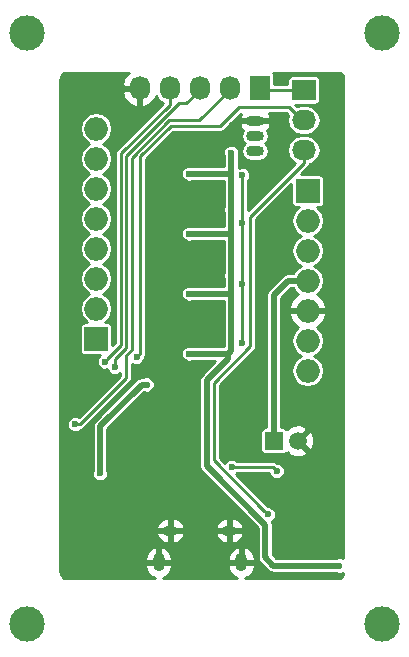
<source format=gbl>
G04 #@! TF.FileFunction,Copper,L2,Bot,Signal*
%FSLAX46Y46*%
G04 Gerber Fmt 4.6, Leading zero omitted, Abs format (unit mm)*
G04 Created by KiCad (PCBNEW 4.0.4-stable) date 11/10/16 21:54:05*
%MOMM*%
%LPD*%
G01*
G04 APERTURE LIST*
%ADD10C,0.100000*%
%ADD11O,1.998980X1.998980*%
%ADD12R,1.998980X1.998980*%
%ADD13R,1.727200X2.032000*%
%ADD14O,1.727200X2.032000*%
%ADD15R,2.032000X1.727200*%
%ADD16O,2.032000X1.727200*%
%ADD17C,0.400000*%
%ADD18O,1.250000X0.950000*%
%ADD19O,1.000000X1.550000*%
%ADD20C,3.000000*%
%ADD21O,1.501140X0.899160*%
%ADD22R,1.500000X1.500000*%
%ADD23C,1.500000*%
%ADD24C,0.600000*%
%ADD25C,0.250000*%
%ADD26C,0.500000*%
%ADD27C,0.254000*%
G04 APERTURE END LIST*
D10*
D11*
X135811000Y-108250000D03*
D12*
X135811000Y-115870000D03*
D11*
X135811000Y-113330000D03*
X135811000Y-110790000D03*
X135811000Y-105710000D03*
X135811000Y-103170000D03*
X135811000Y-100630000D03*
X135811000Y-98090000D03*
D13*
X149654000Y-94661000D03*
D14*
X147114000Y-94661000D03*
X144574000Y-94661000D03*
X142034000Y-94661000D03*
X139494000Y-94661000D03*
D15*
X153390000Y-94820000D03*
D16*
X153390000Y-97360000D03*
X153390000Y-99900000D03*
D17*
X155020000Y-131530000D03*
X153520000Y-131530000D03*
X155020000Y-133030000D03*
X153520000Y-133030000D03*
X152020000Y-131530000D03*
X152020000Y-133030000D03*
D18*
X142099100Y-132117460D03*
X147099100Y-132117460D03*
D19*
X141099100Y-134817460D03*
X148099100Y-134817460D03*
D20*
X130000000Y-90000000D03*
X130000000Y-140000000D03*
X160000000Y-140000000D03*
X160000000Y-90000000D03*
D11*
X153720000Y-110970000D03*
D12*
X153720000Y-103350000D03*
D11*
X153720000Y-105890000D03*
X153720000Y-108430000D03*
X153720000Y-113510000D03*
X153720000Y-116050000D03*
X153720000Y-118590000D03*
D21*
X149260000Y-98700000D03*
X149260000Y-97430000D03*
X149260000Y-99970000D03*
D22*
X150866600Y-124523500D03*
D23*
X152866600Y-124523500D03*
D24*
X151752300Y-105092500D03*
X151752300Y-107226100D03*
X151790400Y-109575600D03*
X151828500Y-112585500D03*
X151612600Y-117919500D03*
X151650700Y-116332000D03*
X151612600Y-114096800D03*
X153760000Y-122310000D03*
X133260000Y-129260000D03*
X133470000Y-131260000D03*
X136140000Y-132780000D03*
X133580000Y-132760000D03*
X135300000Y-131660000D03*
X137410000Y-131640000D03*
X143700000Y-127420000D03*
X144950000Y-128770000D03*
X146410000Y-130240000D03*
X151080000Y-99920000D03*
X151050000Y-97470000D03*
X140460000Y-118670000D03*
X145350419Y-118145717D03*
X137270000Y-109790000D03*
X137270000Y-112080000D03*
X137180000Y-106810000D03*
X137270000Y-114440000D03*
X137180000Y-104350000D03*
X137210000Y-99440000D03*
X137210000Y-101900000D03*
X143310000Y-119120000D03*
X155590000Y-121130000D03*
X155590000Y-123560000D03*
X145209000Y-98598000D03*
X143431000Y-98598000D03*
X144320000Y-99360000D03*
X145209000Y-100122000D03*
X143431000Y-100122000D03*
X145209000Y-103678000D03*
X143431000Y-103678000D03*
X144320000Y-104440000D03*
X145209000Y-105202000D03*
X143431000Y-105202000D03*
X145209000Y-108758000D03*
X143431000Y-108758000D03*
X144320000Y-109520000D03*
X145209000Y-110282000D03*
X143431000Y-110282000D03*
X143431000Y-115362000D03*
X145209000Y-115362000D03*
X145209000Y-113838000D03*
X143431000Y-113838000D03*
X144320000Y-114600000D03*
X148160000Y-102030000D03*
X148169642Y-106065010D03*
X148130000Y-116251000D03*
X148130000Y-111278000D03*
X136140000Y-127280000D03*
X147240000Y-104940000D03*
X143700000Y-117140000D03*
X143700000Y-112060000D03*
X143700000Y-106980000D03*
X143700000Y-101900000D03*
X156400000Y-135080000D03*
X140079607Y-119756474D03*
X147241000Y-100122000D03*
X147233000Y-110528000D03*
X134033000Y-123109000D03*
X137398888Y-118255010D03*
X136526246Y-117819501D03*
X139240000Y-117400000D03*
X150340000Y-130750000D03*
X147280000Y-126720000D03*
X151094662Y-127075338D03*
D25*
X151790400Y-109575600D02*
X151790400Y-107264200D01*
X151790400Y-107264200D02*
X151752300Y-107226100D01*
X151828500Y-113031992D02*
X151828500Y-112585500D01*
X153720000Y-113510000D02*
X152306508Y-113510000D01*
X152306508Y-113510000D02*
X151828500Y-113031992D01*
X151612600Y-114096800D02*
X151612600Y-116293900D01*
X151612600Y-116293900D02*
X151650700Y-116332000D01*
X133470000Y-131260000D02*
X133470000Y-129470000D01*
X133470000Y-129470000D02*
X133260000Y-129260000D01*
X133580000Y-132760000D02*
X136120000Y-132760000D01*
X136120000Y-132760000D02*
X136140000Y-132780000D01*
X137410000Y-131640000D02*
X135320000Y-131640000D01*
X135320000Y-131640000D02*
X135300000Y-131660000D01*
X146410000Y-130240000D02*
X146410000Y-130230000D01*
X146410000Y-130230000D02*
X144950000Y-128770000D01*
X151050000Y-97470000D02*
X151050000Y-99890000D01*
X151050000Y-99890000D02*
X151080000Y-99920000D01*
X140460000Y-118670000D02*
X140910000Y-119120000D01*
X140910000Y-119120000D02*
X143310000Y-119120000D01*
X143310000Y-119120000D02*
X144376136Y-119120000D01*
X144376136Y-119120000D02*
X145050420Y-118445716D01*
X145050420Y-118445716D02*
X145350419Y-118145717D01*
X137180000Y-109700000D02*
X137270000Y-109790000D01*
X137180000Y-106810000D02*
X137180000Y-109700000D01*
X137270000Y-109790000D02*
X137270000Y-112080000D01*
X137270000Y-112080000D02*
X137270000Y-114440000D01*
X137180000Y-104350000D02*
X137180000Y-106810000D01*
X137210000Y-101900000D02*
X137210000Y-104320000D01*
X137210000Y-104320000D02*
X137180000Y-104350000D01*
X137210000Y-101900000D02*
X137210000Y-99440000D01*
X155590000Y-123560000D02*
X155590000Y-121130000D01*
X143431000Y-98598000D02*
X145209000Y-98598000D01*
X144193000Y-99360000D02*
X143431000Y-98598000D01*
X144320000Y-99360000D02*
X144193000Y-99360000D01*
X145082000Y-100122000D02*
X144320000Y-99360000D01*
X145209000Y-100122000D02*
X145082000Y-100122000D01*
X143431000Y-100122000D02*
X145209000Y-100122000D01*
X142755360Y-100122000D02*
X143431000Y-100122000D01*
X141028160Y-101900000D02*
X141028160Y-101849200D01*
X141028160Y-101849200D02*
X142755360Y-100122000D01*
X143431000Y-103678000D02*
X145209000Y-103678000D01*
X144193000Y-104440000D02*
X143431000Y-103678000D01*
X144320000Y-104440000D02*
X144193000Y-104440000D01*
X145082000Y-105202000D02*
X144320000Y-104440000D01*
X145209000Y-105202000D02*
X145082000Y-105202000D01*
X143431000Y-105202000D02*
X145209000Y-105202000D01*
X142755360Y-105202000D02*
X143431000Y-105202000D01*
X141028160Y-106980000D02*
X141028160Y-106929200D01*
X141028160Y-106929200D02*
X142755360Y-105202000D01*
X143431000Y-108758000D02*
X145209000Y-108758000D01*
X144193000Y-109520000D02*
X143431000Y-108758000D01*
X144320000Y-109520000D02*
X144193000Y-109520000D01*
X145209000Y-110282000D02*
X145082000Y-110282000D01*
X145082000Y-110282000D02*
X144320000Y-109520000D01*
X143431000Y-110282000D02*
X145209000Y-110282000D01*
X142755360Y-110282000D02*
X143431000Y-110282000D01*
X141028160Y-112060000D02*
X141028160Y-112009200D01*
X141028160Y-112009200D02*
X142755360Y-110282000D01*
X145209000Y-115362000D02*
X143431000Y-115362000D01*
X144447000Y-114600000D02*
X145209000Y-115362000D01*
X144320000Y-114600000D02*
X144447000Y-114600000D01*
X144909001Y-114137999D02*
X145209000Y-113838000D01*
X143431000Y-113838000D02*
X143730999Y-114137999D01*
X143730999Y-114137999D02*
X144909001Y-114137999D01*
X144193000Y-114600000D02*
X143431000Y-113838000D01*
X144320000Y-114600000D02*
X144193000Y-114600000D01*
X141028160Y-117140000D02*
X141028160Y-117089200D01*
X143517360Y-114600000D02*
X144320000Y-114600000D01*
X141028160Y-117089200D02*
X143517360Y-114600000D01*
X148169642Y-102039642D02*
X148160000Y-102030000D01*
X148169642Y-106065010D02*
X148169642Y-102039642D01*
X148130000Y-111278000D02*
X148130000Y-106104652D01*
X148130000Y-106104652D02*
X148169642Y-106065010D01*
X148130000Y-111278000D02*
X148130000Y-116251000D01*
D26*
X136140000Y-126855736D02*
X136140000Y-127280000D01*
X140079607Y-119756474D02*
X139655343Y-119756474D01*
X139655343Y-119756474D02*
X136140000Y-123271817D01*
X136140000Y-123271817D02*
X136140000Y-126855736D01*
X147240000Y-101899000D02*
X147240000Y-104940000D01*
X147240000Y-104940000D02*
X147240000Y-106973000D01*
X147240000Y-106973000D02*
X147233000Y-106980000D01*
X147241000Y-100122000D02*
X147240000Y-100123000D01*
X147240000Y-100123000D02*
X147240000Y-101899000D01*
X147240000Y-101899000D02*
X147241000Y-101900000D01*
X156400000Y-135080000D02*
X150810000Y-135080000D01*
X150810000Y-135080000D02*
X150120000Y-134390000D01*
X150120000Y-134390000D02*
X150120000Y-131630000D01*
X150120000Y-131630000D02*
X145184990Y-126694990D01*
X145184990Y-126694990D02*
X145184990Y-119371822D01*
X145184990Y-119371822D02*
X146987000Y-117569812D01*
X146987000Y-117569812D02*
X146987000Y-117140000D01*
X146987000Y-117140000D02*
X143700000Y-117140000D01*
X147233000Y-112060000D02*
X143700000Y-112060000D01*
X147233000Y-106980000D02*
X143700000Y-106980000D01*
X147241000Y-101900000D02*
X143700000Y-101900000D01*
X147233000Y-106980000D02*
X147233000Y-110528000D01*
X147233000Y-112060000D02*
X147233000Y-116894000D01*
X147233000Y-110528000D02*
X147233000Y-112060000D01*
X147233000Y-116894000D02*
X146987000Y-117140000D01*
D25*
X153390000Y-94820000D02*
X149813000Y-94820000D01*
X149813000Y-94820000D02*
X149654000Y-94661000D01*
X134033000Y-123109000D02*
X134457264Y-123109000D01*
X134457264Y-123109000D02*
X138350022Y-119216242D01*
X138810022Y-116838374D02*
X138350022Y-117298374D01*
X147114000Y-94661000D02*
X147114000Y-94813400D01*
X141967833Y-97396988D02*
X138810022Y-100554799D01*
X147114000Y-94813400D02*
X144530412Y-97396988D01*
X144530412Y-97396988D02*
X141967833Y-97396988D01*
X138350022Y-117298374D02*
X138350022Y-119216242D01*
X138810022Y-100554799D02*
X138810022Y-116838374D01*
X138360011Y-116629659D02*
X137398888Y-117590782D01*
X142801410Y-95927000D02*
X138360011Y-100368399D01*
X143460400Y-95927000D02*
X142801410Y-95927000D01*
X144574000Y-94661000D02*
X144574000Y-94813400D01*
X137398888Y-117830746D02*
X137398888Y-118255010D01*
X144574000Y-94813400D02*
X143460400Y-95927000D01*
X137398888Y-117590782D02*
X137398888Y-117830746D01*
X138360011Y-100368399D02*
X138360011Y-116629659D01*
X136826245Y-117519502D02*
X136526246Y-117819501D01*
X137910000Y-116435747D02*
X136826245Y-117519502D01*
X142034000Y-96058000D02*
X137910000Y-100182000D01*
X137910000Y-100182000D02*
X137910000Y-116435747D01*
X142034000Y-94661000D02*
X142034000Y-96058000D01*
X139539999Y-117100001D02*
X139240000Y-117400000D01*
X139559999Y-117080001D02*
X139539999Y-117100001D01*
X142154232Y-97846999D02*
X139559999Y-100441232D01*
X146333001Y-97846999D02*
X142154232Y-97846999D01*
X147933600Y-96246400D02*
X146333001Y-97846999D01*
X153237600Y-97360000D02*
X152124000Y-96246400D01*
X139559999Y-100441232D02*
X139559999Y-117080001D01*
X152124000Y-96246400D02*
X147933600Y-96246400D01*
X153390000Y-97360000D02*
X153237600Y-97360000D01*
D26*
X150850000Y-124530000D02*
X150850000Y-112190000D01*
X150850000Y-112190000D02*
X152070000Y-110970000D01*
X152070000Y-110970000D02*
X153720000Y-110970000D01*
D25*
X145760001Y-126170001D02*
X150040001Y-130450001D01*
X148840000Y-116530000D02*
X145760001Y-119609999D01*
X148840000Y-105563600D02*
X148840000Y-116530000D01*
X150040001Y-130450001D02*
X150340000Y-130750000D01*
X153390000Y-101013600D02*
X148840000Y-105563600D01*
X145760001Y-119609999D02*
X145760001Y-126170001D01*
X153390000Y-99900000D02*
X153390000Y-101013600D01*
X147280000Y-126720000D02*
X150739324Y-126720000D01*
X150794663Y-126775339D02*
X151094662Y-127075338D01*
X150739324Y-126720000D02*
X150794663Y-126775339D01*
D27*
G36*
X138202046Y-93746680D02*
X138008816Y-94299087D01*
X138153076Y-94534000D01*
X139367000Y-94534000D01*
X139367000Y-94514000D01*
X139621000Y-94514000D01*
X139621000Y-94534000D01*
X139641000Y-94534000D01*
X139641000Y-94788000D01*
X139621000Y-94788000D01*
X139621000Y-96147217D01*
X139853026Y-96268358D01*
X139868791Y-96265709D01*
X140396036Y-96011732D01*
X140785954Y-95575320D01*
X140881296Y-95302757D01*
X140884140Y-95317057D01*
X141153935Y-95720834D01*
X141454646Y-95921762D01*
X137552204Y-99824204D01*
X137442517Y-99988362D01*
X137404000Y-100182000D01*
X137404000Y-116226155D01*
X137198954Y-116431201D01*
X137198954Y-114870510D01*
X137172387Y-114729320D01*
X137088944Y-114599645D01*
X136961624Y-114512651D01*
X136810490Y-114482046D01*
X136564388Y-114482046D01*
X136787154Y-114333199D01*
X137086406Y-113885336D01*
X137191490Y-113357045D01*
X137191490Y-113302955D01*
X137086406Y-112774664D01*
X136787154Y-112326801D01*
X136387857Y-112060000D01*
X136787154Y-111793199D01*
X137086406Y-111345336D01*
X137191490Y-110817045D01*
X137191490Y-110762955D01*
X137086406Y-110234664D01*
X136787154Y-109786801D01*
X136387857Y-109520000D01*
X136787154Y-109253199D01*
X137086406Y-108805336D01*
X137191490Y-108277045D01*
X137191490Y-108222955D01*
X137086406Y-107694664D01*
X136787154Y-107246801D01*
X136387857Y-106980000D01*
X136787154Y-106713199D01*
X137086406Y-106265336D01*
X137191490Y-105737045D01*
X137191490Y-105682955D01*
X137086406Y-105154664D01*
X136787154Y-104706801D01*
X136387857Y-104440000D01*
X136787154Y-104173199D01*
X137086406Y-103725336D01*
X137191490Y-103197045D01*
X137191490Y-103142955D01*
X137086406Y-102614664D01*
X136787154Y-102166801D01*
X136387857Y-101900000D01*
X136787154Y-101633199D01*
X137086406Y-101185336D01*
X137191490Y-100657045D01*
X137191490Y-100602955D01*
X137086406Y-100074664D01*
X136787154Y-99626801D01*
X136387857Y-99360000D01*
X136787154Y-99093199D01*
X137086406Y-98645336D01*
X137191490Y-98117045D01*
X137191490Y-98062955D01*
X137086406Y-97534664D01*
X136787154Y-97086801D01*
X136339291Y-96787549D01*
X135811000Y-96682465D01*
X135282709Y-96787549D01*
X134834846Y-97086801D01*
X134535594Y-97534664D01*
X134430510Y-98062955D01*
X134430510Y-98117045D01*
X134535594Y-98645336D01*
X134834846Y-99093199D01*
X135234143Y-99360000D01*
X134834846Y-99626801D01*
X134535594Y-100074664D01*
X134430510Y-100602955D01*
X134430510Y-100657045D01*
X134535594Y-101185336D01*
X134834846Y-101633199D01*
X135234143Y-101900000D01*
X134834846Y-102166801D01*
X134535594Y-102614664D01*
X134430510Y-103142955D01*
X134430510Y-103197045D01*
X134535594Y-103725336D01*
X134834846Y-104173199D01*
X135234143Y-104440000D01*
X134834846Y-104706801D01*
X134535594Y-105154664D01*
X134430510Y-105682955D01*
X134430510Y-105737045D01*
X134535594Y-106265336D01*
X134834846Y-106713199D01*
X135234143Y-106980000D01*
X134834846Y-107246801D01*
X134535594Y-107694664D01*
X134430510Y-108222955D01*
X134430510Y-108277045D01*
X134535594Y-108805336D01*
X134834846Y-109253199D01*
X135234143Y-109520000D01*
X134834846Y-109786801D01*
X134535594Y-110234664D01*
X134430510Y-110762955D01*
X134430510Y-110817045D01*
X134535594Y-111345336D01*
X134834846Y-111793199D01*
X135234143Y-112060000D01*
X134834846Y-112326801D01*
X134535594Y-112774664D01*
X134430510Y-113302955D01*
X134430510Y-113357045D01*
X134535594Y-113885336D01*
X134834846Y-114333199D01*
X135057612Y-114482046D01*
X134811510Y-114482046D01*
X134670320Y-114508613D01*
X134540645Y-114592056D01*
X134453651Y-114719376D01*
X134423046Y-114870510D01*
X134423046Y-116869490D01*
X134449613Y-117010680D01*
X134533056Y-117140355D01*
X134660376Y-117227349D01*
X134811510Y-117257954D01*
X136124852Y-117257954D01*
X135949259Y-117433242D01*
X135845364Y-117683447D01*
X135845128Y-117954366D01*
X135948585Y-118204753D01*
X136139987Y-118396488D01*
X136390192Y-118500383D01*
X136661111Y-118500619D01*
X136748593Y-118464473D01*
X136821227Y-118640262D01*
X137012629Y-118831997D01*
X137262834Y-118935892D01*
X137533753Y-118936128D01*
X137784140Y-118832671D01*
X137844022Y-118772893D01*
X137844022Y-119006650D01*
X134348176Y-122502496D01*
X134169054Y-122428118D01*
X133898135Y-122427882D01*
X133647748Y-122531339D01*
X133456013Y-122722741D01*
X133352118Y-122972946D01*
X133351882Y-123243865D01*
X133455339Y-123494252D01*
X133646741Y-123685987D01*
X133896946Y-123789882D01*
X134167865Y-123790118D01*
X134418252Y-123686661D01*
X134498193Y-123606859D01*
X134650902Y-123576483D01*
X134815060Y-123466796D01*
X138707818Y-119574038D01*
X138817505Y-119409880D01*
X138856022Y-119216242D01*
X138856022Y-117977934D01*
X139103946Y-118080882D01*
X139374865Y-118081118D01*
X139625252Y-117977661D01*
X139816987Y-117786259D01*
X139920882Y-117536054D01*
X139920972Y-117433043D01*
X140027482Y-117273639D01*
X140065999Y-117080001D01*
X140065999Y-100650824D01*
X142363824Y-98352999D01*
X146333001Y-98352999D01*
X146526639Y-98314482D01*
X146690797Y-98204795D01*
X147171657Y-97723935D01*
X147915019Y-97723935D01*
X148102294Y-98107111D01*
X148262223Y-98243359D01*
X148169485Y-98382151D01*
X148106261Y-98700000D01*
X148169485Y-99017849D01*
X148349532Y-99287309D01*
X148420907Y-99335000D01*
X148349532Y-99382691D01*
X148169485Y-99652151D01*
X148106261Y-99970000D01*
X148169485Y-100287849D01*
X148349532Y-100557309D01*
X148618992Y-100737356D01*
X148936841Y-100800580D01*
X149583159Y-100800580D01*
X149901008Y-100737356D01*
X150170468Y-100557309D01*
X150350515Y-100287849D01*
X150413739Y-99970000D01*
X150350515Y-99652151D01*
X150170468Y-99382691D01*
X150099093Y-99335000D01*
X150170468Y-99287309D01*
X150350515Y-99017849D01*
X150413739Y-98700000D01*
X150350515Y-98382151D01*
X150257777Y-98243359D01*
X150417706Y-98107111D01*
X150604981Y-97723935D01*
X150478068Y-97557000D01*
X149387000Y-97557000D01*
X149387000Y-97577000D01*
X149133000Y-97577000D01*
X149133000Y-97557000D01*
X148041932Y-97557000D01*
X147915019Y-97723935D01*
X147171657Y-97723935D01*
X148063664Y-96831928D01*
X147915019Y-97136065D01*
X148041932Y-97303000D01*
X149133000Y-97303000D01*
X149133000Y-97283000D01*
X149387000Y-97283000D01*
X149387000Y-97303000D01*
X150478068Y-97303000D01*
X150604981Y-97136065D01*
X150417706Y-96752889D01*
X150417132Y-96752400D01*
X151914408Y-96752400D01*
X152057940Y-96895932D01*
X151965631Y-97360000D01*
X152060371Y-97836288D01*
X152330166Y-98240065D01*
X152733943Y-98509860D01*
X153210231Y-98604600D01*
X153569769Y-98604600D01*
X154046057Y-98509860D01*
X154449834Y-98240065D01*
X154719629Y-97836288D01*
X154814369Y-97360000D01*
X154719629Y-96883712D01*
X154449834Y-96479935D01*
X154046057Y-96210140D01*
X153569769Y-96115400D01*
X153210231Y-96115400D01*
X152791820Y-96198628D01*
X152665256Y-96072064D01*
X154406000Y-96072064D01*
X154547190Y-96045497D01*
X154676865Y-95962054D01*
X154763859Y-95834734D01*
X154794464Y-95683600D01*
X154794464Y-93956400D01*
X154767897Y-93815210D01*
X154684454Y-93685535D01*
X154557134Y-93598541D01*
X154406000Y-93567936D01*
X152374000Y-93567936D01*
X152232810Y-93594503D01*
X152103135Y-93677946D01*
X152016141Y-93805266D01*
X151985536Y-93956400D01*
X151985536Y-94314000D01*
X150906064Y-94314000D01*
X150906064Y-93645000D01*
X150879497Y-93503810D01*
X150796054Y-93374135D01*
X150756341Y-93347000D01*
X156257986Y-93347000D01*
X156434517Y-93382114D01*
X156616373Y-93503626D01*
X156713000Y-93648239D01*
X156713000Y-134472593D01*
X156536054Y-134399118D01*
X156265135Y-134398882D01*
X156143839Y-134449000D01*
X151071369Y-134449000D01*
X150751000Y-134128632D01*
X150751000Y-131630000D01*
X150702968Y-131388527D01*
X150675919Y-131348045D01*
X150725252Y-131327661D01*
X150916987Y-131136259D01*
X151020882Y-130886054D01*
X151021118Y-130615135D01*
X150917661Y-130364748D01*
X150726259Y-130173013D01*
X150476054Y-130069118D01*
X150374622Y-130069030D01*
X147621380Y-127315788D01*
X147665252Y-127297661D01*
X147737038Y-127226000D01*
X150420071Y-127226000D01*
X150517001Y-127460590D01*
X150708403Y-127652325D01*
X150958608Y-127756220D01*
X151229527Y-127756456D01*
X151479914Y-127652999D01*
X151671649Y-127461597D01*
X151775544Y-127211392D01*
X151775780Y-126940473D01*
X151672323Y-126690086D01*
X151480921Y-126498351D01*
X151230716Y-126394456D01*
X151129284Y-126394368D01*
X151097120Y-126362204D01*
X150932962Y-126252517D01*
X150739324Y-126214000D01*
X147737123Y-126214000D01*
X147666259Y-126143013D01*
X147416054Y-126039118D01*
X147145135Y-126038882D01*
X146894748Y-126142339D01*
X146703013Y-126333741D01*
X146684329Y-126378737D01*
X146266001Y-125960409D01*
X146266001Y-119819591D01*
X149197796Y-116887796D01*
X149307483Y-116723638D01*
X149346000Y-116530000D01*
X149346000Y-105773192D01*
X152332046Y-102787146D01*
X152332046Y-104349490D01*
X152358613Y-104490680D01*
X152442056Y-104620355D01*
X152569376Y-104707349D01*
X152720510Y-104737954D01*
X152966612Y-104737954D01*
X152743846Y-104886801D01*
X152444594Y-105334664D01*
X152339510Y-105862955D01*
X152339510Y-105917045D01*
X152444594Y-106445336D01*
X152743846Y-106893199D01*
X153143143Y-107160000D01*
X152743846Y-107426801D01*
X152444594Y-107874664D01*
X152339510Y-108402955D01*
X152339510Y-108457045D01*
X152444594Y-108985336D01*
X152743846Y-109433199D01*
X153143143Y-109700000D01*
X152743846Y-109966801D01*
X152495151Y-110339000D01*
X152070000Y-110339000D01*
X151828527Y-110387032D01*
X151623816Y-110523815D01*
X150403816Y-111743816D01*
X150267032Y-111948527D01*
X150219000Y-112190000D01*
X150219000Y-123385036D01*
X150116600Y-123385036D01*
X149975410Y-123411603D01*
X149845735Y-123495046D01*
X149758741Y-123622366D01*
X149728136Y-123773500D01*
X149728136Y-125273500D01*
X149754703Y-125414690D01*
X149838146Y-125544365D01*
X149965466Y-125631359D01*
X150116600Y-125661964D01*
X151616600Y-125661964D01*
X151757790Y-125635397D01*
X151887465Y-125551954D01*
X151893168Y-125543608D01*
X151959634Y-125610074D01*
X152074689Y-125495019D01*
X152142677Y-125735960D01*
X152661771Y-125920701D01*
X153212048Y-125892730D01*
X153590523Y-125735960D01*
X153658512Y-125495017D01*
X152866600Y-124703105D01*
X152852458Y-124717248D01*
X152672853Y-124537643D01*
X152686995Y-124523500D01*
X153046205Y-124523500D01*
X153838117Y-125315412D01*
X154079060Y-125247423D01*
X154263801Y-124728329D01*
X154235830Y-124178052D01*
X154079060Y-123799577D01*
X153838117Y-123731588D01*
X153046205Y-124523500D01*
X152686995Y-124523500D01*
X152672853Y-124509358D01*
X152852458Y-124329753D01*
X152866600Y-124343895D01*
X153658512Y-123551983D01*
X153590523Y-123311040D01*
X153071429Y-123126299D01*
X152521152Y-123154270D01*
X152142677Y-123311040D01*
X152074689Y-123551981D01*
X151959634Y-123436926D01*
X151894383Y-123502177D01*
X151767734Y-123415641D01*
X151616600Y-123385036D01*
X151481000Y-123385036D01*
X151481000Y-113890355D01*
X152130373Y-113890355D01*
X152396932Y-114469726D01*
X152864916Y-114902987D01*
X152923045Y-114927064D01*
X152743846Y-115046801D01*
X152444594Y-115494664D01*
X152339510Y-116022955D01*
X152339510Y-116077045D01*
X152444594Y-116605336D01*
X152743846Y-117053199D01*
X153143143Y-117320000D01*
X152743846Y-117586801D01*
X152444594Y-118034664D01*
X152339510Y-118562955D01*
X152339510Y-118617045D01*
X152444594Y-119145336D01*
X152743846Y-119593199D01*
X153191709Y-119892451D01*
X153720000Y-119997535D01*
X154248291Y-119892451D01*
X154696154Y-119593199D01*
X154995406Y-119145336D01*
X155100490Y-118617045D01*
X155100490Y-118562955D01*
X154995406Y-118034664D01*
X154696154Y-117586801D01*
X154296857Y-117320000D01*
X154696154Y-117053199D01*
X154995406Y-116605336D01*
X155100490Y-116077045D01*
X155100490Y-116022955D01*
X154995406Y-115494664D01*
X154696154Y-115046801D01*
X154516955Y-114927064D01*
X154575084Y-114902987D01*
X155043068Y-114469726D01*
X155309627Y-113890355D01*
X155190807Y-113637000D01*
X153847000Y-113637000D01*
X153847000Y-113657000D01*
X153593000Y-113657000D01*
X153593000Y-113637000D01*
X152249193Y-113637000D01*
X152130373Y-113890355D01*
X151481000Y-113890355D01*
X151481000Y-112451368D01*
X152331369Y-111601000D01*
X152495151Y-111601000D01*
X152743846Y-111973199D01*
X152923045Y-112092936D01*
X152864916Y-112117013D01*
X152396932Y-112550274D01*
X152130373Y-113129645D01*
X152249193Y-113383000D01*
X153593000Y-113383000D01*
X153593000Y-113363000D01*
X153847000Y-113363000D01*
X153847000Y-113383000D01*
X155190807Y-113383000D01*
X155309627Y-113129645D01*
X155043068Y-112550274D01*
X154575084Y-112117013D01*
X154516955Y-112092936D01*
X154696154Y-111973199D01*
X154995406Y-111525336D01*
X155100490Y-110997045D01*
X155100490Y-110942955D01*
X154995406Y-110414664D01*
X154696154Y-109966801D01*
X154296857Y-109700000D01*
X154696154Y-109433199D01*
X154995406Y-108985336D01*
X155100490Y-108457045D01*
X155100490Y-108402955D01*
X154995406Y-107874664D01*
X154696154Y-107426801D01*
X154296857Y-107160000D01*
X154696154Y-106893199D01*
X154995406Y-106445336D01*
X155100490Y-105917045D01*
X155100490Y-105862955D01*
X154995406Y-105334664D01*
X154696154Y-104886801D01*
X154473388Y-104737954D01*
X154719490Y-104737954D01*
X154860680Y-104711387D01*
X154990355Y-104627944D01*
X155077349Y-104500624D01*
X155107954Y-104349490D01*
X155107954Y-102350510D01*
X155081387Y-102209320D01*
X154997944Y-102079645D01*
X154870624Y-101992651D01*
X154719490Y-101962046D01*
X153157146Y-101962046D01*
X153747796Y-101371396D01*
X153762839Y-101348882D01*
X153857483Y-101207238D01*
X153882309Y-101082432D01*
X154046057Y-101049860D01*
X154449834Y-100780065D01*
X154719629Y-100376288D01*
X154814369Y-99900000D01*
X154719629Y-99423712D01*
X154449834Y-99019935D01*
X154046057Y-98750140D01*
X153569769Y-98655400D01*
X153210231Y-98655400D01*
X152733943Y-98750140D01*
X152330166Y-99019935D01*
X152060371Y-99423712D01*
X151965631Y-99900000D01*
X152060371Y-100376288D01*
X152330166Y-100780065D01*
X152676518Y-101011490D01*
X148675642Y-105012366D01*
X148675642Y-102477497D01*
X148736987Y-102416259D01*
X148840882Y-102166054D01*
X148841118Y-101895135D01*
X148737661Y-101644748D01*
X148546259Y-101453013D01*
X148296054Y-101349118D01*
X148025135Y-101348882D01*
X147871000Y-101412569D01*
X147871000Y-100380591D01*
X147921882Y-100258054D01*
X147922118Y-99987135D01*
X147818661Y-99736748D01*
X147627259Y-99545013D01*
X147377054Y-99441118D01*
X147106135Y-99440882D01*
X146855748Y-99544339D01*
X146664013Y-99735741D01*
X146560118Y-99985946D01*
X146559882Y-100256865D01*
X146609000Y-100375741D01*
X146609000Y-101269000D01*
X143956182Y-101269000D01*
X143836054Y-101219118D01*
X143565135Y-101218882D01*
X143314748Y-101322339D01*
X143123013Y-101513741D01*
X143019118Y-101763946D01*
X143018882Y-102034865D01*
X143122339Y-102285252D01*
X143313741Y-102476987D01*
X143563946Y-102580882D01*
X143834865Y-102581118D01*
X143956161Y-102531000D01*
X146609000Y-102531000D01*
X146609000Y-104683818D01*
X146559118Y-104803946D01*
X146558882Y-105074865D01*
X146609000Y-105196161D01*
X146609000Y-106349000D01*
X143956182Y-106349000D01*
X143836054Y-106299118D01*
X143565135Y-106298882D01*
X143314748Y-106402339D01*
X143123013Y-106593741D01*
X143019118Y-106843946D01*
X143018882Y-107114865D01*
X143122339Y-107365252D01*
X143313741Y-107556987D01*
X143563946Y-107660882D01*
X143834865Y-107661118D01*
X143956161Y-107611000D01*
X146602000Y-107611000D01*
X146602000Y-110271818D01*
X146552118Y-110391946D01*
X146551882Y-110662865D01*
X146602000Y-110784161D01*
X146602000Y-111429000D01*
X143956182Y-111429000D01*
X143836054Y-111379118D01*
X143565135Y-111378882D01*
X143314748Y-111482339D01*
X143123013Y-111673741D01*
X143019118Y-111923946D01*
X143018882Y-112194865D01*
X143122339Y-112445252D01*
X143313741Y-112636987D01*
X143563946Y-112740882D01*
X143834865Y-112741118D01*
X143956161Y-112691000D01*
X146602000Y-112691000D01*
X146602000Y-116509000D01*
X143956182Y-116509000D01*
X143836054Y-116459118D01*
X143565135Y-116458882D01*
X143314748Y-116562339D01*
X143123013Y-116753741D01*
X143019118Y-117003946D01*
X143018882Y-117274865D01*
X143122339Y-117525252D01*
X143313741Y-117716987D01*
X143563946Y-117820882D01*
X143834865Y-117821118D01*
X143956161Y-117771000D01*
X145893444Y-117771000D01*
X144738806Y-118925638D01*
X144602022Y-119130349D01*
X144553990Y-119371822D01*
X144553990Y-126694990D01*
X144597482Y-126913638D01*
X144602022Y-126936463D01*
X144738806Y-127141174D01*
X149489000Y-131891368D01*
X149489000Y-134390000D01*
X149511346Y-134502339D01*
X149537032Y-134631473D01*
X149673816Y-134836184D01*
X150363815Y-135526184D01*
X150568526Y-135662968D01*
X150608589Y-135670937D01*
X150810000Y-135711000D01*
X156143818Y-135711000D01*
X156263946Y-135760882D01*
X156534865Y-135761118D01*
X156713000Y-135687515D01*
X156713000Y-135851761D01*
X156616373Y-135996374D01*
X156434517Y-136117886D01*
X156206855Y-136163170D01*
X148441990Y-136166440D01*
X148811863Y-135984828D01*
X149099102Y-135644138D01*
X149234100Y-135219460D01*
X149234100Y-134944460D01*
X148226100Y-134944460D01*
X148226100Y-134964460D01*
X147972100Y-134964460D01*
X147972100Y-134944460D01*
X146964100Y-134944460D01*
X146964100Y-135219460D01*
X147099098Y-135644138D01*
X147386337Y-135984828D01*
X147756798Y-136166728D01*
X142361697Y-136169000D01*
X141436776Y-136169000D01*
X141811863Y-135984828D01*
X142099102Y-135644138D01*
X142234100Y-135219460D01*
X142234100Y-134944460D01*
X141226100Y-134944460D01*
X141226100Y-134964460D01*
X140972100Y-134964460D01*
X140972100Y-134944460D01*
X139964100Y-134944460D01*
X139964100Y-135219460D01*
X140099098Y-135644138D01*
X140386337Y-135984828D01*
X140761424Y-136169000D01*
X137160000Y-136169000D01*
X137148966Y-136171195D01*
X134456733Y-136172328D01*
X134440000Y-136169000D01*
X133362452Y-136169000D01*
X133105484Y-136117886D01*
X132923626Y-135996373D01*
X132802114Y-135814517D01*
X132751000Y-135557548D01*
X132751000Y-134415460D01*
X139964100Y-134415460D01*
X139964100Y-134690460D01*
X140972100Y-134690460D01*
X140972100Y-133574506D01*
X141226100Y-133574506D01*
X141226100Y-134690460D01*
X142234100Y-134690460D01*
X142234100Y-134415460D01*
X146964100Y-134415460D01*
X146964100Y-134690460D01*
X147972100Y-134690460D01*
X147972100Y-133574506D01*
X148226100Y-133574506D01*
X148226100Y-134690460D01*
X149234100Y-134690460D01*
X149234100Y-134415460D01*
X149099102Y-133990782D01*
X148811863Y-133650092D01*
X148400974Y-133448341D01*
X148226100Y-133574506D01*
X147972100Y-133574506D01*
X147797226Y-133448341D01*
X147386337Y-133650092D01*
X147099098Y-133990782D01*
X146964100Y-134415460D01*
X142234100Y-134415460D01*
X142099102Y-133990782D01*
X141811863Y-133650092D01*
X141400974Y-133448341D01*
X141226100Y-133574506D01*
X140972100Y-133574506D01*
X140797226Y-133448341D01*
X140386337Y-133650092D01*
X140099098Y-133990782D01*
X139964100Y-134415460D01*
X132751000Y-134415460D01*
X132751000Y-132415398D01*
X140879832Y-132415398D01*
X141063548Y-132789281D01*
X141388051Y-133077028D01*
X141797969Y-133218689D01*
X141972100Y-133070023D01*
X141972100Y-132244460D01*
X142226100Y-132244460D01*
X142226100Y-133070023D01*
X142400231Y-133218689D01*
X142810149Y-133077028D01*
X143134652Y-132789281D01*
X143318368Y-132415398D01*
X145879832Y-132415398D01*
X146063548Y-132789281D01*
X146388051Y-133077028D01*
X146797969Y-133218689D01*
X146972100Y-133070023D01*
X146972100Y-132244460D01*
X147226100Y-132244460D01*
X147226100Y-133070023D01*
X147400231Y-133218689D01*
X147810149Y-133077028D01*
X148134652Y-132789281D01*
X148318368Y-132415398D01*
X148191834Y-132244460D01*
X147226100Y-132244460D01*
X146972100Y-132244460D01*
X146006366Y-132244460D01*
X145879832Y-132415398D01*
X143318368Y-132415398D01*
X143191834Y-132244460D01*
X142226100Y-132244460D01*
X141972100Y-132244460D01*
X141006366Y-132244460D01*
X140879832Y-132415398D01*
X132751000Y-132415398D01*
X132751000Y-131819522D01*
X140879832Y-131819522D01*
X141006366Y-131990460D01*
X141972100Y-131990460D01*
X141972100Y-131164897D01*
X142226100Y-131164897D01*
X142226100Y-131990460D01*
X143191834Y-131990460D01*
X143318368Y-131819522D01*
X145879832Y-131819522D01*
X146006366Y-131990460D01*
X146972100Y-131990460D01*
X146972100Y-131164897D01*
X147226100Y-131164897D01*
X147226100Y-131990460D01*
X148191834Y-131990460D01*
X148318368Y-131819522D01*
X148134652Y-131445639D01*
X147810149Y-131157892D01*
X147400231Y-131016231D01*
X147226100Y-131164897D01*
X146972100Y-131164897D01*
X146797969Y-131016231D01*
X146388051Y-131157892D01*
X146063548Y-131445639D01*
X145879832Y-131819522D01*
X143318368Y-131819522D01*
X143134652Y-131445639D01*
X142810149Y-131157892D01*
X142400231Y-131016231D01*
X142226100Y-131164897D01*
X141972100Y-131164897D01*
X141797969Y-131016231D01*
X141388051Y-131157892D01*
X141063548Y-131445639D01*
X140879832Y-131819522D01*
X132751000Y-131819522D01*
X132751000Y-127414865D01*
X135458882Y-127414865D01*
X135562339Y-127665252D01*
X135753741Y-127856987D01*
X136003946Y-127960882D01*
X136274865Y-127961118D01*
X136525252Y-127857661D01*
X136716987Y-127666259D01*
X136820882Y-127416054D01*
X136821118Y-127145135D01*
X136771000Y-127023839D01*
X136771000Y-123533185D01*
X139889341Y-120414845D01*
X139943553Y-120437356D01*
X140214472Y-120437592D01*
X140464859Y-120334135D01*
X140656594Y-120142733D01*
X140760489Y-119892528D01*
X140760725Y-119621609D01*
X140657268Y-119371222D01*
X140465866Y-119179487D01*
X140215661Y-119075592D01*
X139944742Y-119075356D01*
X139823446Y-119125474D01*
X139655343Y-119125474D01*
X139413870Y-119173506D01*
X139209159Y-119310289D01*
X135693816Y-122825633D01*
X135557032Y-123030344D01*
X135509000Y-123271817D01*
X135509000Y-127023818D01*
X135459118Y-127143946D01*
X135458882Y-127414865D01*
X132751000Y-127414865D01*
X132751000Y-95022913D01*
X138008816Y-95022913D01*
X138202046Y-95575320D01*
X138591964Y-96011732D01*
X139119209Y-96265709D01*
X139134974Y-96268358D01*
X139367000Y-96147217D01*
X139367000Y-94788000D01*
X138153076Y-94788000D01*
X138008816Y-95022913D01*
X132751000Y-95022913D01*
X132751000Y-93942452D01*
X132802114Y-93685483D01*
X132923626Y-93503627D01*
X133105484Y-93382114D01*
X133282014Y-93347000D01*
X138559146Y-93347000D01*
X138202046Y-93746680D01*
X138202046Y-93746680D01*
G37*
X138202046Y-93746680D02*
X138008816Y-94299087D01*
X138153076Y-94534000D01*
X139367000Y-94534000D01*
X139367000Y-94514000D01*
X139621000Y-94514000D01*
X139621000Y-94534000D01*
X139641000Y-94534000D01*
X139641000Y-94788000D01*
X139621000Y-94788000D01*
X139621000Y-96147217D01*
X139853026Y-96268358D01*
X139868791Y-96265709D01*
X140396036Y-96011732D01*
X140785954Y-95575320D01*
X140881296Y-95302757D01*
X140884140Y-95317057D01*
X141153935Y-95720834D01*
X141454646Y-95921762D01*
X137552204Y-99824204D01*
X137442517Y-99988362D01*
X137404000Y-100182000D01*
X137404000Y-116226155D01*
X137198954Y-116431201D01*
X137198954Y-114870510D01*
X137172387Y-114729320D01*
X137088944Y-114599645D01*
X136961624Y-114512651D01*
X136810490Y-114482046D01*
X136564388Y-114482046D01*
X136787154Y-114333199D01*
X137086406Y-113885336D01*
X137191490Y-113357045D01*
X137191490Y-113302955D01*
X137086406Y-112774664D01*
X136787154Y-112326801D01*
X136387857Y-112060000D01*
X136787154Y-111793199D01*
X137086406Y-111345336D01*
X137191490Y-110817045D01*
X137191490Y-110762955D01*
X137086406Y-110234664D01*
X136787154Y-109786801D01*
X136387857Y-109520000D01*
X136787154Y-109253199D01*
X137086406Y-108805336D01*
X137191490Y-108277045D01*
X137191490Y-108222955D01*
X137086406Y-107694664D01*
X136787154Y-107246801D01*
X136387857Y-106980000D01*
X136787154Y-106713199D01*
X137086406Y-106265336D01*
X137191490Y-105737045D01*
X137191490Y-105682955D01*
X137086406Y-105154664D01*
X136787154Y-104706801D01*
X136387857Y-104440000D01*
X136787154Y-104173199D01*
X137086406Y-103725336D01*
X137191490Y-103197045D01*
X137191490Y-103142955D01*
X137086406Y-102614664D01*
X136787154Y-102166801D01*
X136387857Y-101900000D01*
X136787154Y-101633199D01*
X137086406Y-101185336D01*
X137191490Y-100657045D01*
X137191490Y-100602955D01*
X137086406Y-100074664D01*
X136787154Y-99626801D01*
X136387857Y-99360000D01*
X136787154Y-99093199D01*
X137086406Y-98645336D01*
X137191490Y-98117045D01*
X137191490Y-98062955D01*
X137086406Y-97534664D01*
X136787154Y-97086801D01*
X136339291Y-96787549D01*
X135811000Y-96682465D01*
X135282709Y-96787549D01*
X134834846Y-97086801D01*
X134535594Y-97534664D01*
X134430510Y-98062955D01*
X134430510Y-98117045D01*
X134535594Y-98645336D01*
X134834846Y-99093199D01*
X135234143Y-99360000D01*
X134834846Y-99626801D01*
X134535594Y-100074664D01*
X134430510Y-100602955D01*
X134430510Y-100657045D01*
X134535594Y-101185336D01*
X134834846Y-101633199D01*
X135234143Y-101900000D01*
X134834846Y-102166801D01*
X134535594Y-102614664D01*
X134430510Y-103142955D01*
X134430510Y-103197045D01*
X134535594Y-103725336D01*
X134834846Y-104173199D01*
X135234143Y-104440000D01*
X134834846Y-104706801D01*
X134535594Y-105154664D01*
X134430510Y-105682955D01*
X134430510Y-105737045D01*
X134535594Y-106265336D01*
X134834846Y-106713199D01*
X135234143Y-106980000D01*
X134834846Y-107246801D01*
X134535594Y-107694664D01*
X134430510Y-108222955D01*
X134430510Y-108277045D01*
X134535594Y-108805336D01*
X134834846Y-109253199D01*
X135234143Y-109520000D01*
X134834846Y-109786801D01*
X134535594Y-110234664D01*
X134430510Y-110762955D01*
X134430510Y-110817045D01*
X134535594Y-111345336D01*
X134834846Y-111793199D01*
X135234143Y-112060000D01*
X134834846Y-112326801D01*
X134535594Y-112774664D01*
X134430510Y-113302955D01*
X134430510Y-113357045D01*
X134535594Y-113885336D01*
X134834846Y-114333199D01*
X135057612Y-114482046D01*
X134811510Y-114482046D01*
X134670320Y-114508613D01*
X134540645Y-114592056D01*
X134453651Y-114719376D01*
X134423046Y-114870510D01*
X134423046Y-116869490D01*
X134449613Y-117010680D01*
X134533056Y-117140355D01*
X134660376Y-117227349D01*
X134811510Y-117257954D01*
X136124852Y-117257954D01*
X135949259Y-117433242D01*
X135845364Y-117683447D01*
X135845128Y-117954366D01*
X135948585Y-118204753D01*
X136139987Y-118396488D01*
X136390192Y-118500383D01*
X136661111Y-118500619D01*
X136748593Y-118464473D01*
X136821227Y-118640262D01*
X137012629Y-118831997D01*
X137262834Y-118935892D01*
X137533753Y-118936128D01*
X137784140Y-118832671D01*
X137844022Y-118772893D01*
X137844022Y-119006650D01*
X134348176Y-122502496D01*
X134169054Y-122428118D01*
X133898135Y-122427882D01*
X133647748Y-122531339D01*
X133456013Y-122722741D01*
X133352118Y-122972946D01*
X133351882Y-123243865D01*
X133455339Y-123494252D01*
X133646741Y-123685987D01*
X133896946Y-123789882D01*
X134167865Y-123790118D01*
X134418252Y-123686661D01*
X134498193Y-123606859D01*
X134650902Y-123576483D01*
X134815060Y-123466796D01*
X138707818Y-119574038D01*
X138817505Y-119409880D01*
X138856022Y-119216242D01*
X138856022Y-117977934D01*
X139103946Y-118080882D01*
X139374865Y-118081118D01*
X139625252Y-117977661D01*
X139816987Y-117786259D01*
X139920882Y-117536054D01*
X139920972Y-117433043D01*
X140027482Y-117273639D01*
X140065999Y-117080001D01*
X140065999Y-100650824D01*
X142363824Y-98352999D01*
X146333001Y-98352999D01*
X146526639Y-98314482D01*
X146690797Y-98204795D01*
X147171657Y-97723935D01*
X147915019Y-97723935D01*
X148102294Y-98107111D01*
X148262223Y-98243359D01*
X148169485Y-98382151D01*
X148106261Y-98700000D01*
X148169485Y-99017849D01*
X148349532Y-99287309D01*
X148420907Y-99335000D01*
X148349532Y-99382691D01*
X148169485Y-99652151D01*
X148106261Y-99970000D01*
X148169485Y-100287849D01*
X148349532Y-100557309D01*
X148618992Y-100737356D01*
X148936841Y-100800580D01*
X149583159Y-100800580D01*
X149901008Y-100737356D01*
X150170468Y-100557309D01*
X150350515Y-100287849D01*
X150413739Y-99970000D01*
X150350515Y-99652151D01*
X150170468Y-99382691D01*
X150099093Y-99335000D01*
X150170468Y-99287309D01*
X150350515Y-99017849D01*
X150413739Y-98700000D01*
X150350515Y-98382151D01*
X150257777Y-98243359D01*
X150417706Y-98107111D01*
X150604981Y-97723935D01*
X150478068Y-97557000D01*
X149387000Y-97557000D01*
X149387000Y-97577000D01*
X149133000Y-97577000D01*
X149133000Y-97557000D01*
X148041932Y-97557000D01*
X147915019Y-97723935D01*
X147171657Y-97723935D01*
X148063664Y-96831928D01*
X147915019Y-97136065D01*
X148041932Y-97303000D01*
X149133000Y-97303000D01*
X149133000Y-97283000D01*
X149387000Y-97283000D01*
X149387000Y-97303000D01*
X150478068Y-97303000D01*
X150604981Y-97136065D01*
X150417706Y-96752889D01*
X150417132Y-96752400D01*
X151914408Y-96752400D01*
X152057940Y-96895932D01*
X151965631Y-97360000D01*
X152060371Y-97836288D01*
X152330166Y-98240065D01*
X152733943Y-98509860D01*
X153210231Y-98604600D01*
X153569769Y-98604600D01*
X154046057Y-98509860D01*
X154449834Y-98240065D01*
X154719629Y-97836288D01*
X154814369Y-97360000D01*
X154719629Y-96883712D01*
X154449834Y-96479935D01*
X154046057Y-96210140D01*
X153569769Y-96115400D01*
X153210231Y-96115400D01*
X152791820Y-96198628D01*
X152665256Y-96072064D01*
X154406000Y-96072064D01*
X154547190Y-96045497D01*
X154676865Y-95962054D01*
X154763859Y-95834734D01*
X154794464Y-95683600D01*
X154794464Y-93956400D01*
X154767897Y-93815210D01*
X154684454Y-93685535D01*
X154557134Y-93598541D01*
X154406000Y-93567936D01*
X152374000Y-93567936D01*
X152232810Y-93594503D01*
X152103135Y-93677946D01*
X152016141Y-93805266D01*
X151985536Y-93956400D01*
X151985536Y-94314000D01*
X150906064Y-94314000D01*
X150906064Y-93645000D01*
X150879497Y-93503810D01*
X150796054Y-93374135D01*
X150756341Y-93347000D01*
X156257986Y-93347000D01*
X156434517Y-93382114D01*
X156616373Y-93503626D01*
X156713000Y-93648239D01*
X156713000Y-134472593D01*
X156536054Y-134399118D01*
X156265135Y-134398882D01*
X156143839Y-134449000D01*
X151071369Y-134449000D01*
X150751000Y-134128632D01*
X150751000Y-131630000D01*
X150702968Y-131388527D01*
X150675919Y-131348045D01*
X150725252Y-131327661D01*
X150916987Y-131136259D01*
X151020882Y-130886054D01*
X151021118Y-130615135D01*
X150917661Y-130364748D01*
X150726259Y-130173013D01*
X150476054Y-130069118D01*
X150374622Y-130069030D01*
X147621380Y-127315788D01*
X147665252Y-127297661D01*
X147737038Y-127226000D01*
X150420071Y-127226000D01*
X150517001Y-127460590D01*
X150708403Y-127652325D01*
X150958608Y-127756220D01*
X151229527Y-127756456D01*
X151479914Y-127652999D01*
X151671649Y-127461597D01*
X151775544Y-127211392D01*
X151775780Y-126940473D01*
X151672323Y-126690086D01*
X151480921Y-126498351D01*
X151230716Y-126394456D01*
X151129284Y-126394368D01*
X151097120Y-126362204D01*
X150932962Y-126252517D01*
X150739324Y-126214000D01*
X147737123Y-126214000D01*
X147666259Y-126143013D01*
X147416054Y-126039118D01*
X147145135Y-126038882D01*
X146894748Y-126142339D01*
X146703013Y-126333741D01*
X146684329Y-126378737D01*
X146266001Y-125960409D01*
X146266001Y-119819591D01*
X149197796Y-116887796D01*
X149307483Y-116723638D01*
X149346000Y-116530000D01*
X149346000Y-105773192D01*
X152332046Y-102787146D01*
X152332046Y-104349490D01*
X152358613Y-104490680D01*
X152442056Y-104620355D01*
X152569376Y-104707349D01*
X152720510Y-104737954D01*
X152966612Y-104737954D01*
X152743846Y-104886801D01*
X152444594Y-105334664D01*
X152339510Y-105862955D01*
X152339510Y-105917045D01*
X152444594Y-106445336D01*
X152743846Y-106893199D01*
X153143143Y-107160000D01*
X152743846Y-107426801D01*
X152444594Y-107874664D01*
X152339510Y-108402955D01*
X152339510Y-108457045D01*
X152444594Y-108985336D01*
X152743846Y-109433199D01*
X153143143Y-109700000D01*
X152743846Y-109966801D01*
X152495151Y-110339000D01*
X152070000Y-110339000D01*
X151828527Y-110387032D01*
X151623816Y-110523815D01*
X150403816Y-111743816D01*
X150267032Y-111948527D01*
X150219000Y-112190000D01*
X150219000Y-123385036D01*
X150116600Y-123385036D01*
X149975410Y-123411603D01*
X149845735Y-123495046D01*
X149758741Y-123622366D01*
X149728136Y-123773500D01*
X149728136Y-125273500D01*
X149754703Y-125414690D01*
X149838146Y-125544365D01*
X149965466Y-125631359D01*
X150116600Y-125661964D01*
X151616600Y-125661964D01*
X151757790Y-125635397D01*
X151887465Y-125551954D01*
X151893168Y-125543608D01*
X151959634Y-125610074D01*
X152074689Y-125495019D01*
X152142677Y-125735960D01*
X152661771Y-125920701D01*
X153212048Y-125892730D01*
X153590523Y-125735960D01*
X153658512Y-125495017D01*
X152866600Y-124703105D01*
X152852458Y-124717248D01*
X152672853Y-124537643D01*
X152686995Y-124523500D01*
X153046205Y-124523500D01*
X153838117Y-125315412D01*
X154079060Y-125247423D01*
X154263801Y-124728329D01*
X154235830Y-124178052D01*
X154079060Y-123799577D01*
X153838117Y-123731588D01*
X153046205Y-124523500D01*
X152686995Y-124523500D01*
X152672853Y-124509358D01*
X152852458Y-124329753D01*
X152866600Y-124343895D01*
X153658512Y-123551983D01*
X153590523Y-123311040D01*
X153071429Y-123126299D01*
X152521152Y-123154270D01*
X152142677Y-123311040D01*
X152074689Y-123551981D01*
X151959634Y-123436926D01*
X151894383Y-123502177D01*
X151767734Y-123415641D01*
X151616600Y-123385036D01*
X151481000Y-123385036D01*
X151481000Y-113890355D01*
X152130373Y-113890355D01*
X152396932Y-114469726D01*
X152864916Y-114902987D01*
X152923045Y-114927064D01*
X152743846Y-115046801D01*
X152444594Y-115494664D01*
X152339510Y-116022955D01*
X152339510Y-116077045D01*
X152444594Y-116605336D01*
X152743846Y-117053199D01*
X153143143Y-117320000D01*
X152743846Y-117586801D01*
X152444594Y-118034664D01*
X152339510Y-118562955D01*
X152339510Y-118617045D01*
X152444594Y-119145336D01*
X152743846Y-119593199D01*
X153191709Y-119892451D01*
X153720000Y-119997535D01*
X154248291Y-119892451D01*
X154696154Y-119593199D01*
X154995406Y-119145336D01*
X155100490Y-118617045D01*
X155100490Y-118562955D01*
X154995406Y-118034664D01*
X154696154Y-117586801D01*
X154296857Y-117320000D01*
X154696154Y-117053199D01*
X154995406Y-116605336D01*
X155100490Y-116077045D01*
X155100490Y-116022955D01*
X154995406Y-115494664D01*
X154696154Y-115046801D01*
X154516955Y-114927064D01*
X154575084Y-114902987D01*
X155043068Y-114469726D01*
X155309627Y-113890355D01*
X155190807Y-113637000D01*
X153847000Y-113637000D01*
X153847000Y-113657000D01*
X153593000Y-113657000D01*
X153593000Y-113637000D01*
X152249193Y-113637000D01*
X152130373Y-113890355D01*
X151481000Y-113890355D01*
X151481000Y-112451368D01*
X152331369Y-111601000D01*
X152495151Y-111601000D01*
X152743846Y-111973199D01*
X152923045Y-112092936D01*
X152864916Y-112117013D01*
X152396932Y-112550274D01*
X152130373Y-113129645D01*
X152249193Y-113383000D01*
X153593000Y-113383000D01*
X153593000Y-113363000D01*
X153847000Y-113363000D01*
X153847000Y-113383000D01*
X155190807Y-113383000D01*
X155309627Y-113129645D01*
X155043068Y-112550274D01*
X154575084Y-112117013D01*
X154516955Y-112092936D01*
X154696154Y-111973199D01*
X154995406Y-111525336D01*
X155100490Y-110997045D01*
X155100490Y-110942955D01*
X154995406Y-110414664D01*
X154696154Y-109966801D01*
X154296857Y-109700000D01*
X154696154Y-109433199D01*
X154995406Y-108985336D01*
X155100490Y-108457045D01*
X155100490Y-108402955D01*
X154995406Y-107874664D01*
X154696154Y-107426801D01*
X154296857Y-107160000D01*
X154696154Y-106893199D01*
X154995406Y-106445336D01*
X155100490Y-105917045D01*
X155100490Y-105862955D01*
X154995406Y-105334664D01*
X154696154Y-104886801D01*
X154473388Y-104737954D01*
X154719490Y-104737954D01*
X154860680Y-104711387D01*
X154990355Y-104627944D01*
X155077349Y-104500624D01*
X155107954Y-104349490D01*
X155107954Y-102350510D01*
X155081387Y-102209320D01*
X154997944Y-102079645D01*
X154870624Y-101992651D01*
X154719490Y-101962046D01*
X153157146Y-101962046D01*
X153747796Y-101371396D01*
X153762839Y-101348882D01*
X153857483Y-101207238D01*
X153882309Y-101082432D01*
X154046057Y-101049860D01*
X154449834Y-100780065D01*
X154719629Y-100376288D01*
X154814369Y-99900000D01*
X154719629Y-99423712D01*
X154449834Y-99019935D01*
X154046057Y-98750140D01*
X153569769Y-98655400D01*
X153210231Y-98655400D01*
X152733943Y-98750140D01*
X152330166Y-99019935D01*
X152060371Y-99423712D01*
X151965631Y-99900000D01*
X152060371Y-100376288D01*
X152330166Y-100780065D01*
X152676518Y-101011490D01*
X148675642Y-105012366D01*
X148675642Y-102477497D01*
X148736987Y-102416259D01*
X148840882Y-102166054D01*
X148841118Y-101895135D01*
X148737661Y-101644748D01*
X148546259Y-101453013D01*
X148296054Y-101349118D01*
X148025135Y-101348882D01*
X147871000Y-101412569D01*
X147871000Y-100380591D01*
X147921882Y-100258054D01*
X147922118Y-99987135D01*
X147818661Y-99736748D01*
X147627259Y-99545013D01*
X147377054Y-99441118D01*
X147106135Y-99440882D01*
X146855748Y-99544339D01*
X146664013Y-99735741D01*
X146560118Y-99985946D01*
X146559882Y-100256865D01*
X146609000Y-100375741D01*
X146609000Y-101269000D01*
X143956182Y-101269000D01*
X143836054Y-101219118D01*
X143565135Y-101218882D01*
X143314748Y-101322339D01*
X143123013Y-101513741D01*
X143019118Y-101763946D01*
X143018882Y-102034865D01*
X143122339Y-102285252D01*
X143313741Y-102476987D01*
X143563946Y-102580882D01*
X143834865Y-102581118D01*
X143956161Y-102531000D01*
X146609000Y-102531000D01*
X146609000Y-104683818D01*
X146559118Y-104803946D01*
X146558882Y-105074865D01*
X146609000Y-105196161D01*
X146609000Y-106349000D01*
X143956182Y-106349000D01*
X143836054Y-106299118D01*
X143565135Y-106298882D01*
X143314748Y-106402339D01*
X143123013Y-106593741D01*
X143019118Y-106843946D01*
X143018882Y-107114865D01*
X143122339Y-107365252D01*
X143313741Y-107556987D01*
X143563946Y-107660882D01*
X143834865Y-107661118D01*
X143956161Y-107611000D01*
X146602000Y-107611000D01*
X146602000Y-110271818D01*
X146552118Y-110391946D01*
X146551882Y-110662865D01*
X146602000Y-110784161D01*
X146602000Y-111429000D01*
X143956182Y-111429000D01*
X143836054Y-111379118D01*
X143565135Y-111378882D01*
X143314748Y-111482339D01*
X143123013Y-111673741D01*
X143019118Y-111923946D01*
X143018882Y-112194865D01*
X143122339Y-112445252D01*
X143313741Y-112636987D01*
X143563946Y-112740882D01*
X143834865Y-112741118D01*
X143956161Y-112691000D01*
X146602000Y-112691000D01*
X146602000Y-116509000D01*
X143956182Y-116509000D01*
X143836054Y-116459118D01*
X143565135Y-116458882D01*
X143314748Y-116562339D01*
X143123013Y-116753741D01*
X143019118Y-117003946D01*
X143018882Y-117274865D01*
X143122339Y-117525252D01*
X143313741Y-117716987D01*
X143563946Y-117820882D01*
X143834865Y-117821118D01*
X143956161Y-117771000D01*
X145893444Y-117771000D01*
X144738806Y-118925638D01*
X144602022Y-119130349D01*
X144553990Y-119371822D01*
X144553990Y-126694990D01*
X144597482Y-126913638D01*
X144602022Y-126936463D01*
X144738806Y-127141174D01*
X149489000Y-131891368D01*
X149489000Y-134390000D01*
X149511346Y-134502339D01*
X149537032Y-134631473D01*
X149673816Y-134836184D01*
X150363815Y-135526184D01*
X150568526Y-135662968D01*
X150608589Y-135670937D01*
X150810000Y-135711000D01*
X156143818Y-135711000D01*
X156263946Y-135760882D01*
X156534865Y-135761118D01*
X156713000Y-135687515D01*
X156713000Y-135851761D01*
X156616373Y-135996374D01*
X156434517Y-136117886D01*
X156206855Y-136163170D01*
X148441990Y-136166440D01*
X148811863Y-135984828D01*
X149099102Y-135644138D01*
X149234100Y-135219460D01*
X149234100Y-134944460D01*
X148226100Y-134944460D01*
X148226100Y-134964460D01*
X147972100Y-134964460D01*
X147972100Y-134944460D01*
X146964100Y-134944460D01*
X146964100Y-135219460D01*
X147099098Y-135644138D01*
X147386337Y-135984828D01*
X147756798Y-136166728D01*
X142361697Y-136169000D01*
X141436776Y-136169000D01*
X141811863Y-135984828D01*
X142099102Y-135644138D01*
X142234100Y-135219460D01*
X142234100Y-134944460D01*
X141226100Y-134944460D01*
X141226100Y-134964460D01*
X140972100Y-134964460D01*
X140972100Y-134944460D01*
X139964100Y-134944460D01*
X139964100Y-135219460D01*
X140099098Y-135644138D01*
X140386337Y-135984828D01*
X140761424Y-136169000D01*
X137160000Y-136169000D01*
X137148966Y-136171195D01*
X134456733Y-136172328D01*
X134440000Y-136169000D01*
X133362452Y-136169000D01*
X133105484Y-136117886D01*
X132923626Y-135996373D01*
X132802114Y-135814517D01*
X132751000Y-135557548D01*
X132751000Y-134415460D01*
X139964100Y-134415460D01*
X139964100Y-134690460D01*
X140972100Y-134690460D01*
X140972100Y-133574506D01*
X141226100Y-133574506D01*
X141226100Y-134690460D01*
X142234100Y-134690460D01*
X142234100Y-134415460D01*
X146964100Y-134415460D01*
X146964100Y-134690460D01*
X147972100Y-134690460D01*
X147972100Y-133574506D01*
X148226100Y-133574506D01*
X148226100Y-134690460D01*
X149234100Y-134690460D01*
X149234100Y-134415460D01*
X149099102Y-133990782D01*
X148811863Y-133650092D01*
X148400974Y-133448341D01*
X148226100Y-133574506D01*
X147972100Y-133574506D01*
X147797226Y-133448341D01*
X147386337Y-133650092D01*
X147099098Y-133990782D01*
X146964100Y-134415460D01*
X142234100Y-134415460D01*
X142099102Y-133990782D01*
X141811863Y-133650092D01*
X141400974Y-133448341D01*
X141226100Y-133574506D01*
X140972100Y-133574506D01*
X140797226Y-133448341D01*
X140386337Y-133650092D01*
X140099098Y-133990782D01*
X139964100Y-134415460D01*
X132751000Y-134415460D01*
X132751000Y-132415398D01*
X140879832Y-132415398D01*
X141063548Y-132789281D01*
X141388051Y-133077028D01*
X141797969Y-133218689D01*
X141972100Y-133070023D01*
X141972100Y-132244460D01*
X142226100Y-132244460D01*
X142226100Y-133070023D01*
X142400231Y-133218689D01*
X142810149Y-133077028D01*
X143134652Y-132789281D01*
X143318368Y-132415398D01*
X145879832Y-132415398D01*
X146063548Y-132789281D01*
X146388051Y-133077028D01*
X146797969Y-133218689D01*
X146972100Y-133070023D01*
X146972100Y-132244460D01*
X147226100Y-132244460D01*
X147226100Y-133070023D01*
X147400231Y-133218689D01*
X147810149Y-133077028D01*
X148134652Y-132789281D01*
X148318368Y-132415398D01*
X148191834Y-132244460D01*
X147226100Y-132244460D01*
X146972100Y-132244460D01*
X146006366Y-132244460D01*
X145879832Y-132415398D01*
X143318368Y-132415398D01*
X143191834Y-132244460D01*
X142226100Y-132244460D01*
X141972100Y-132244460D01*
X141006366Y-132244460D01*
X140879832Y-132415398D01*
X132751000Y-132415398D01*
X132751000Y-131819522D01*
X140879832Y-131819522D01*
X141006366Y-131990460D01*
X141972100Y-131990460D01*
X141972100Y-131164897D01*
X142226100Y-131164897D01*
X142226100Y-131990460D01*
X143191834Y-131990460D01*
X143318368Y-131819522D01*
X145879832Y-131819522D01*
X146006366Y-131990460D01*
X146972100Y-131990460D01*
X146972100Y-131164897D01*
X147226100Y-131164897D01*
X147226100Y-131990460D01*
X148191834Y-131990460D01*
X148318368Y-131819522D01*
X148134652Y-131445639D01*
X147810149Y-131157892D01*
X147400231Y-131016231D01*
X147226100Y-131164897D01*
X146972100Y-131164897D01*
X146797969Y-131016231D01*
X146388051Y-131157892D01*
X146063548Y-131445639D01*
X145879832Y-131819522D01*
X143318368Y-131819522D01*
X143134652Y-131445639D01*
X142810149Y-131157892D01*
X142400231Y-131016231D01*
X142226100Y-131164897D01*
X141972100Y-131164897D01*
X141797969Y-131016231D01*
X141388051Y-131157892D01*
X141063548Y-131445639D01*
X140879832Y-131819522D01*
X132751000Y-131819522D01*
X132751000Y-127414865D01*
X135458882Y-127414865D01*
X135562339Y-127665252D01*
X135753741Y-127856987D01*
X136003946Y-127960882D01*
X136274865Y-127961118D01*
X136525252Y-127857661D01*
X136716987Y-127666259D01*
X136820882Y-127416054D01*
X136821118Y-127145135D01*
X136771000Y-127023839D01*
X136771000Y-123533185D01*
X139889341Y-120414845D01*
X139943553Y-120437356D01*
X140214472Y-120437592D01*
X140464859Y-120334135D01*
X140656594Y-120142733D01*
X140760489Y-119892528D01*
X140760725Y-119621609D01*
X140657268Y-119371222D01*
X140465866Y-119179487D01*
X140215661Y-119075592D01*
X139944742Y-119075356D01*
X139823446Y-119125474D01*
X139655343Y-119125474D01*
X139413870Y-119173506D01*
X139209159Y-119310289D01*
X135693816Y-122825633D01*
X135557032Y-123030344D01*
X135509000Y-123271817D01*
X135509000Y-127023818D01*
X135459118Y-127143946D01*
X135458882Y-127414865D01*
X132751000Y-127414865D01*
X132751000Y-95022913D01*
X138008816Y-95022913D01*
X138202046Y-95575320D01*
X138591964Y-96011732D01*
X139119209Y-96265709D01*
X139134974Y-96268358D01*
X139367000Y-96147217D01*
X139367000Y-94788000D01*
X138153076Y-94788000D01*
X138008816Y-95022913D01*
X132751000Y-95022913D01*
X132751000Y-93942452D01*
X132802114Y-93685483D01*
X132923626Y-93503627D01*
X133105484Y-93382114D01*
X133282014Y-93347000D01*
X138559146Y-93347000D01*
X138202046Y-93746680D01*
M02*

</source>
